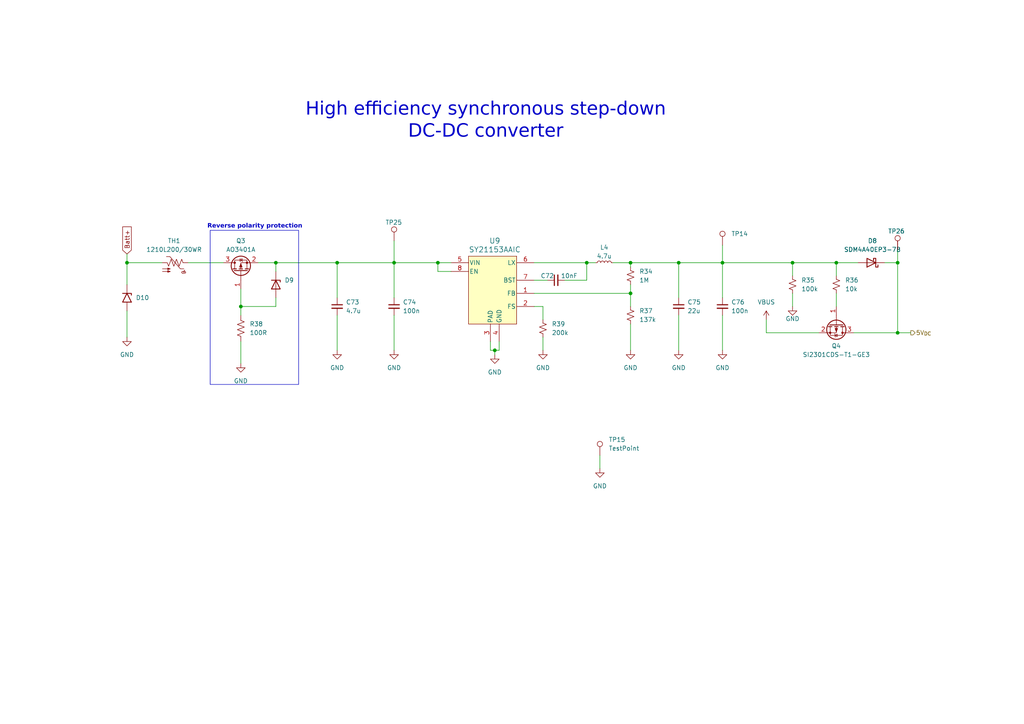
<source format=kicad_sch>
(kicad_sch (version 20250114) (generator "eeschema") (generator_version "9.0")
  (paper "A4")
  (lib_symbols
    (symbol "Connector:TestPoint" (pin_numbers (hide yes)) (pin_names (offset 0.762) (hide yes))
      (property "Reference" "TP" (at 0 6.858 0))
      (property "Value" "TestPoint" (at 0 5.08 0))
      (symbol "TestPoint_0_1"
        (circle (center 0 3.302) (radius 0.762))
      )
      (symbol "TestPoint_1_1"
        (pin passive line (at 0 0 90) (length 2.54) (name "1") (number "1"))
      )
    )
    (symbol "Device:C_Small" (pin_numbers (hide yes)) (pin_names (offset 0.254) (hide yes))
      (property "Reference" "C" (at 0.254 1.778 0))
      (property "Value" "C_Small" (at 0.254 -2.032 0))
      (symbol "C_Small_0_1"
        (polyline (pts (xy -1.524 0.508) (xy 1.524 0.508)) (stroke (width 0.3048)))
        (polyline (pts (xy -1.524 -0.508) (xy 1.524 -0.508)) (stroke (width 0.3302)))
      )
      (symbol "C_Small_1_1"
        (pin passive line (at 0 2.54 270) (length 2.032) (name "~") (number "1"))
        (pin passive line (at 0 -2.54 90) (length 2.032) (name "~") (number "2"))
      )
    )
    (symbol "Device:D_Schottky" (pin_numbers (hide yes)) (pin_names (offset 1.016) (hide yes))
      (property "Reference" "D" (at 0 2.54 0))
      (property "Value" "D_Schottky" (at 0 -2.54 0))
      (symbol "D_Schottky_0_1"
        (polyline (pts (xy -1.905 0.635) (xy -1.905 1.27) (xy -1.27 1.27) (xy -1.27 -1.27) (xy -0.635 -1.27) (xy -0.635 -0.635)) (stroke (width 0.254)))
        (polyline (pts (xy 1.27 1.27) (xy 1.27 -1.27) (xy -1.27 0) (xy 1.27 1.27)) (stroke (width 0.254)))
        (polyline (pts (xy 1.27 0) (xy -1.27 0)))
      )
      (symbol "D_Schottky_1_1"
        (pin passive line (at -3.81 0 0) (length 2.54) (name "K") (number "1"))
        (pin passive line (at 3.81 0 180) (length 2.54) (name "A") (number "2"))
      )
    )
    (symbol "Device:D_Zener" (pin_numbers (hide yes)) (pin_names (offset 1.016) (hide yes))
      (property "Reference" "D" (at 0 2.54 0))
      (property "Value" "D_Zener" (at 0 -2.54 0))
      (symbol "D_Zener_0_1"
        (polyline (pts (xy -1.27 -1.27) (xy -1.27 1.27) (xy -0.762 1.27)) (stroke (width 0.254)))
        (polyline (pts (xy 1.27 0) (xy -1.27 0)))
        (polyline (pts (xy 1.27 -1.27) (xy 1.27 1.27) (xy -1.27 0) (xy 1.27 -1.27)) (stroke (width 0.254)))
      )
      (symbol "D_Zener_1_1"
        (pin passive line (at -3.81 0 0) (length 2.54) (name "K") (number "1"))
        (pin passive line (at 3.81 0 180) (length 2.54) (name "A") (number "2"))
      )
    )
    (symbol "Device:L_Small" (pin_numbers (hide yes)) (pin_names (offset 0.254) (hide yes))
      (property "Reference" "L" (at 0.762 1.016 0))
      (property "Value" "L_Small" (at 0.762 -1.016 0))
      (symbol "L_Small_0_1"
        (arc (start 0 2.032) (mid 0.5058 1.524) (end 0 1.016))
        (arc (start 0 1.016) (mid 0.5058 0.508) (end 0 0))
        (arc (start 0 0) (mid 0.5058 -0.508) (end 0 -1.016))
        (arc (start 0 -1.016) (mid 0.5058 -1.524) (end 0 -2.032))
      )
      (symbol "L_Small_1_1"
        (pin passive line (at 0 2.54 270) (length 0.508) (name "~") (number "1"))
        (pin passive line (at 0 -2.54 90) (length 0.508) (name "~") (number "2"))
      )
    )
    (symbol "Device:R_Small_US" (pin_numbers (hide yes)) (pin_names (offset 0.254) (hide yes))
      (property "Reference" "R" (at 0.762 0.508 0))
      (property "Value" "R_Small_US" (at 0.762 -1.016 0))
      (symbol "R_Small_US_1_1"
        (polyline (pts (xy 0 1.524) (xy 1.016 1.143) (xy 0 0.762) (xy -1.016 0.381) (xy 0 0)))
        (polyline (pts (xy 0 0) (xy 1.016 -0.381) (xy 0 -0.762) (xy -1.016 -1.143) (xy 0 -1.524)))
        (pin passive line (at 0 2.54 270) (length 1.016) (name "~") (number "1"))
        (pin passive line (at 0 -2.54 90) (length 1.016) (name "~") (number "2"))
      )
    )
    (symbol "Device:R_US" (pin_numbers (hide yes)) (pin_names (offset 0))
      (property "Reference" "R" (at 2.54 0 90))
      (property "Value" "R_US" (at -2.54 0 90))
      (symbol "R_US_0_1"
        (polyline (pts (xy 0 2.286) (xy 0 2.54)))
        (polyline (pts (xy 0 2.286) (xy 1.016 1.905) (xy 0 1.524) (xy -1.016 1.143) (xy 0 0.762)))
        (polyline (pts (xy 0 0.762) (xy 1.016 0.381) (xy 0 0) (xy -1.016 -0.381) (xy 0 -0.762)))
        (polyline (pts (xy 0 -0.762) (xy 1.016 -1.143) (xy 0 -1.524) (xy -1.016 -1.905) (xy 0 -2.286)))
        (polyline (pts (xy 0 -2.286) (xy 0 -2.54)))
      )
      (symbol "R_US_1_1"
        (pin passive line (at 0 3.81 270) (length 1.27) (name "~") (number "1"))
        (pin passive line (at 0 -3.81 90) (length 1.27) (name "~") (number "2"))
      )
    )
    (symbol "Device:Thermistor_PTC_US" (pin_numbers (hide yes)) (pin_names (offset 0))
      (property "Reference" "TH" (at -4.064 0 90))
      (property "Value" "Thermistor_PTC_US" (at 3.048 0 90))
      (symbol "Thermistor_PTC_US_0_1"
        (arc (start -3.175 2.413) (mid -3.0506 2.3165) (end -3.048 2.159))
        (arc (start -3.048 2.794) (mid -2.9736 2.9736) (end -2.794 3.048))
        (arc (start -2.794 3.048) (mid -2.6144 2.9736) (end -2.54 2.794))
        (arc (start -2.794 2.54) (mid -2.9736 2.6144) (end -3.048 2.794))
        (arc (start -2.794 1.905) (mid -2.9736 1.9794) (end -3.048 2.159))
        (arc (start -2.54 2.159) (mid -2.6144 1.9794) (end -2.794 1.905))
        (arc (start -2.159 2.794) (mid -2.434 2.5608) (end -2.794 2.54))
        (polyline (pts (xy -2.54 2.159) (xy -2.54 2.794)))
        (polyline (pts (xy -2.54 -3.683) (xy -2.54 -1.397) (xy -2.794 -2.159) (xy -2.286 -2.159) (xy -2.54 -1.397) (xy -2.54 -1.651)) (fill (type outline)))
        (polyline (pts (xy -1.778 2.54) (xy -1.778 1.524) (xy 1.778 -1.524) (xy 1.778 -2.54)))
        (polyline (pts (xy -1.778 -3.683) (xy -1.778 -1.397) (xy -2.032 -2.159) (xy -1.524 -2.159) (xy -1.778 -1.397) (xy -1.778 -1.651)) (fill (type outline)))
        (polyline (pts (xy 0 2.286) (xy 0 2.54)))
        (polyline (pts (xy 0 2.286) (xy 1.016 1.905) (xy 0 1.524) (xy -1.016 1.143) (xy 0 0.762)))
        (polyline (pts (xy 0 0.762) (xy 1.016 0.381) (xy 0 0) (xy -1.016 -0.381) (xy 0 -0.762)))
        (polyline (pts (xy 0 -0.762) (xy 1.016 -1.143) (xy 0 -1.524) (xy -1.016 -1.905) (xy 0 -2.286)))
        (polyline (pts (xy 0 -2.286) (xy 0 -2.54)))
      )
      (symbol "Thermistor_PTC_US_1_1"
        (pin passive line (at 0 3.81 270) (length 1.27) (name "~") (number "1"))
        (pin passive line (at 0 -3.81 90) (length 1.27) (name "~") (number "2"))
      )
    )
    (symbol "Diode:SMAJ5.0A" (pin_numbers (hide yes)) (pin_names (offset 1.016) (hide yes))
      (property "Reference" "D" (at 0 2.54 0))
      (property "Value" "SMAJ5.0A" (at 0 -2.54 0))
      (symbol "SMAJ5.0A_0_1"
        (polyline (pts (xy -0.762 1.27) (xy -1.27 1.27) (xy -1.27 -1.27)) (stroke (width 0.254)))
        (polyline (pts (xy 1.27 1.27) (xy 1.27 -1.27) (xy -1.27 0) (xy 1.27 1.27)) (stroke (width 0.254)))
      )
      (symbol "SMAJ5.0A_1_1"
        (pin passive line (at -3.81 0 0) (length 2.54) (name "A1") (number "1"))
        (pin passive line (at 3.81 0 180) (length 2.54) (name "A2") (number "2"))
      )
    )
    (symbol "GCL_Integrated-Circuits:AP64501QSP-13" (pin_names (offset 0.254))
      (property "Reference" "U9" (at 0 15.24 0))
      (property "Value" "SY8303AIC" (at 0 12.7 0))
      (symbol "AP64501QSP-13_1_1"
        (rectangle (start -7.62 10.795) (end 6.35 -8.89) (fill (type background)))
        (pin power_in line (at -12.7 8.89 0) (length 5.08) (name "VIN") (number "5"))
        (pin input line (at -12.7 6.35 0) (length 5.08) (name "EN") (number "8"))
        (pin power_in line (at -1.27 -13.97 90) (length 5.08) (name "PAD") (number "3"))
        (pin power_in line (at 1.27 -13.97 90) (length 5.08) (name "GND") (number "4"))
        (pin output line (at 11.43 8.89 180) (length 5.08) (name "LX") (number "6"))
        (pin input line (at 11.43 3.81 180) (length 5.08) (name "BST") (number "7"))
        (pin output line (at 11.43 0 180) (length 5.08) (name "FB") (number "1"))
        (pin bidirectional line (at 11.43 -3.81 180) (length 5.08) (name "FS") (number "2"))
      )
    )
    (symbol "Transistor_FET:AO3401A" (pin_names (hide yes))
      (property "Reference" "Q" (at 5.08 1.905 0))
      (property "Value" "AO3401A" (at 5.08 0 0))
      (symbol "AO3401A_0_1"
        (polyline (pts (xy 0.254 1.905) (xy 0.254 -1.905)) (stroke (width 0.254)))
        (polyline (pts (xy 0.254 0) (xy -2.54 0)))
        (polyline (pts (xy 0.762 2.286) (xy 0.762 1.27)) (stroke (width 0.254)))
        (polyline (pts (xy 0.762 1.778) (xy 3.302 1.778) (xy 3.302 -1.778) (xy 0.762 -1.778)))
        (polyline (pts (xy 0.762 0.508) (xy 0.762 -0.508)) (stroke (width 0.254)))
        (polyline (pts (xy 0.762 -1.27) (xy 0.762 -2.286)) (stroke (width 0.254)))
        (circle (center 1.651 0) (radius 2.794) (stroke (width 0.254)))
        (polyline (pts (xy 2.286 0) (xy 1.27 0.381) (xy 1.27 -0.381) (xy 2.286 0)) (fill (type outline)))
        (polyline (pts (xy 2.54 2.54) (xy 2.54 1.778)))
        (circle (center 2.54 1.778) (radius 0.254) (fill (type outline)))
        (circle (center 2.54 -1.778) (radius 0.254) (fill (type outline)))
        (polyline (pts (xy 2.54 -2.54) (xy 2.54 0) (xy 0.762 0)))
        (polyline (pts (xy 2.794 -0.508) (xy 2.921 -0.381) (xy 3.683 -0.381) (xy 3.81 -0.254)))
        (polyline (pts (xy 3.302 -0.381) (xy 2.921 0.254) (xy 3.683 0.254) (xy 3.302 -0.381)))
      )
      (symbol "AO3401A_1_1"
        (pin input line (at -5.08 0 0) (length 2.54) (name "G") (number "1"))
        (pin passive line (at 2.54 5.08 270) (length 2.54) (name "D") (number "3"))
        (pin passive line (at 2.54 -5.08 90) (length 2.54) (name "S") (number "2"))
      )
    )
    (symbol "power:GND" (power) (pin_names (offset 0))
      (property "Value" "GND" (at 0 -3.81 0))
      (symbol "GND_0_1"
        (polyline (pts (xy 0 0) (xy 0 -1.27) (xy 1.27 -1.27) (xy 0 -2.54) (xy -1.27 -1.27) (xy 0 -1.27)))
      )
      (symbol "GND_1_1"
        (pin power_in line (at 0 0 270) (length 0) (hide yes) (name "GND") (number "1"))
      )
    )
    (symbol "power:VBUS" (power) (pin_numbers (hide yes)) (pin_names (offset 0) (hide yes))
      (property "Value" "VBUS" (at 0 3.556 0))
      (symbol "VBUS_0_1"
        (polyline (pts (xy -0.762 1.27) (xy 0 2.54)))
        (polyline (pts (xy 0 2.54) (xy 0.762 1.27)))
        (polyline (pts (xy 0 0) (xy 0 2.54)))
      )
      (symbol "VBUS_1_1"
        (pin power_in line (at 0 0 90) (length 0) (name "~") (number "1"))
      )
    )
  )
  (rectangle (start 60.96 66.802) (end 86.614 111.506))
  (text "High efficiency synchronous step-down \nDC-DC converter " (at 141.732 36.068 0) (effects (font (size 3.81 3.81))))
  (text "Reverse polarity protection" (at 73.914 66.04 0) (effects (font (size 1.27 1.27) (thickness 0.762) (bold yes))))
  (junction (at 229.87 76.2))
  (junction (at 260.35 96.52))
  (junction (at 182.88 85.09))
  (junction (at 242.57 76.2))
  (junction (at 196.85 76.2))
  (junction (at 182.88 76.2))
  (junction (at 97.79 76.2))
  (junction (at 80.01 76.2))
  (junction (at 209.55 76.2))
  (junction (at 170.18 76.2))
  (junction (at 36.83 76.2))
  (junction (at 127 76.2))
  (junction (at 260.35 76.2))
  (junction (at 114.3 76.2))
  (junction (at 143.51 101.6))
  (junction (at 69.85 88.9))
  (wire (pts (xy 74.93 76.2) (xy 80.01 76.2)))
  (wire (pts (xy 182.88 85.09) (xy 182.88 82.55)))
  (wire (pts (xy 222.25 92.71) (xy 222.25 96.52)))
  (wire (pts (xy 97.79 91.44) (xy 97.79 101.6)))
  (wire (pts (xy 69.85 99.06) (xy 69.85 105.41)))
  (wire (pts (xy 242.57 76.2) (xy 242.57 80.01)))
  (wire (pts (xy 182.88 88.9) (xy 182.88 85.09)))
  (wire (pts (xy 143.51 101.6) (xy 144.78 101.6)))
  (wire (pts (xy 182.88 76.2) (xy 196.85 76.2)))
  (wire (pts (xy 196.85 76.2) (xy 196.85 86.36)))
  (wire (pts (xy 209.55 76.2) (xy 229.87 76.2)))
  (wire (pts (xy 260.35 96.52) (xy 264.16 96.52)))
  (wire (pts (xy 196.85 76.2) (xy 209.55 76.2)))
  (wire (pts (xy 209.55 91.44) (xy 209.55 101.6)))
  (wire (pts (xy 144.78 101.6) (xy 144.78 99.06)))
  (wire (pts (xy 80.01 76.2) (xy 80.01 78.74)))
  (wire (pts (xy 196.85 91.44) (xy 196.85 101.6)))
  (wire (pts (xy 127 78.74) (xy 127 76.2)))
  (wire (pts (xy 229.87 76.2) (xy 229.87 80.01)))
  (wire (pts (xy 157.48 88.9) (xy 154.94 88.9)))
  (wire (pts (xy 170.18 76.2) (xy 172.72 76.2)))
  (wire (pts (xy 242.57 76.2) (xy 248.92 76.2)))
  (wire (pts (xy 36.83 73.66) (xy 36.83 76.2)))
  (wire (pts (xy 80.01 76.2) (xy 97.79 76.2)))
  (wire (pts (xy 222.25 96.52) (xy 237.49 96.52)))
  (wire (pts (xy 260.35 72.39) (xy 260.35 76.2)))
  (wire (pts (xy 142.24 101.6) (xy 143.51 101.6)))
  (wire (pts (xy 173.99 132.08) (xy 173.99 135.89)))
  (wire (pts (xy 247.65 96.52) (xy 260.35 96.52)))
  (wire (pts (xy 209.55 86.36) (xy 209.55 76.2)))
  (wire (pts (xy 157.48 92.71) (xy 157.48 88.9)))
  (wire (pts (xy 182.88 93.98) (xy 182.88 101.6)))
  (wire (pts (xy 130.81 78.74) (xy 127 78.74)))
  (wire (pts (xy 163.83 81.28) (xy 170.18 81.28)))
  (wire (pts (xy 127 76.2) (xy 130.81 76.2)))
  (wire (pts (xy 36.83 76.2) (xy 36.83 82.55)))
  (wire (pts (xy 242.57 85.09) (xy 242.57 88.9)))
  (wire (pts (xy 154.94 85.09) (xy 182.88 85.09)))
  (wire (pts (xy 69.85 83.82) (xy 69.85 88.9)))
  (wire (pts (xy 97.79 76.2) (xy 114.3 76.2)))
  (wire (pts (xy 229.87 76.2) (xy 242.57 76.2)))
  (wire (pts (xy 157.48 97.79) (xy 157.48 101.6)))
  (wire (pts (xy 154.94 76.2) (xy 170.18 76.2)))
  (wire (pts (xy 170.18 81.28) (xy 170.18 76.2)))
  (wire (pts (xy 69.85 88.9) (xy 80.01 88.9)))
  (wire (pts (xy 114.3 91.44) (xy 114.3 101.6)))
  (wire (pts (xy 142.24 99.06) (xy 142.24 101.6)))
  (wire (pts (xy 229.87 85.09) (xy 229.87 88.9)))
  (wire (pts (xy 256.54 76.2) (xy 260.35 76.2)))
  (wire (pts (xy 114.3 69.85) (xy 114.3 76.2)))
  (wire (pts (xy 54.61 76.2) (xy 64.77 76.2)))
  (wire (pts (xy 143.51 101.6) (xy 143.51 102.87)))
  (wire (pts (xy 260.35 76.2) (xy 260.35 96.52)))
  (wire (pts (xy 209.55 71.12) (xy 209.55 76.2)))
  (wire (pts (xy 182.88 77.47) (xy 182.88 76.2)))
  (wire (pts (xy 36.83 76.2) (xy 46.99 76.2)))
  (wire (pts (xy 114.3 76.2) (xy 114.3 86.36)))
  (wire (pts (xy 69.85 88.9) (xy 69.85 91.44)))
  (wire (pts (xy 97.79 76.2) (xy 97.79 86.36)))
  (wire (pts (xy 114.3 76.2) (xy 127 76.2)))
  (wire (pts (xy 36.83 90.17) (xy 36.83 97.79)))
  (wire (pts (xy 177.8 76.2) (xy 182.88 76.2)))
  (wire (pts (xy 154.94 81.28) (xy 158.75 81.28)))
  (wire (pts (xy 80.01 86.36) (xy 80.01 88.9)))
  (global_label "Batt+" (shape input) (at 36.83 73.66 90) (property "Intersheetrefs" "${INTERSHEET_REFS}" (effects (hide yes))))
  (hierarchical_label "5V_{DC}" (shape output) (at 264.16 96.52 0))
  (symbol (lib_id "Connector:TestPoint") (at 209.55 71.12 0) (unit 1)
    (property "Reference" "TP14" (at 212.09 67.8179 0) (effects (justify left)))
    (property "Value" "TestPoint" (effects (hide yes)))
    (property "Footprint" "TestPoint:TestPoint_Pad_D1.0mm" (effects (hide yes)))
    (property "Description" "test point" (effects (hide yes)))
    (instances (project "Flybot_FC" (path "" (reference "TP14") (unit 1))) (project "Piese_Bune" (path "" (reference "TP3") (unit 1))))
  )
  (symbol (lib_id "Device:R_Small_US") (at 229.87 82.55 0) (unit 1)
    (property "Reference" "R35" (at 232.41 81.2799 0) (effects (justify left)))
    (property "Value" "100k" (at 232.41 83.8199 0) (effects (justify left)))
    (property "Footprint" "Resistor_SMD:R_0402_1005Metric" (effects (hide yes)))
    (property "Description" "Resistor, small US symbol" (effects (hide yes)))
    (property "JLC#" "C25804" (effects (hide yes)))
  )
  (symbol (lib_id "Device:C_Small") (at 161.29 81.28 90) (unit 1)
    (property "Reference" "C72" (at 158.75 80.01 90))
    (property "Value" "10nF" (at 165.1 80.01 90))
    (property "Footprint" "Capacitor_SMD:C_0402_1005Metric" (effects (hide yes)))
    (property "JLC#" "C14663" (effects (hide yes)))
    (instances (project "Flybot_FC" (path "" (reference "C72") (unit 1))) (project "Nested_IoT_E.B" (path "" (reference "C12") (unit 1))) (project "CM4_Display" (path "" (reference "C6") (unit 1))) (project "" (path "" (reference "C25") (unit 1))))
  )
  (symbol (lib_id "power:GND") (at 97.79 101.6 0) (unit 1)
    (property "Reference" "#PWR0100" (effects (hide yes)))
    (property "Value" "GND" (at 97.79 106.68 0))
    (instances (project "Flybot_FC" (path "" (reference "#PWR0100") (unit 1))) (project "Piese_Bune" (path "" (reference "#PWR036") (unit 1))))
  )
  (symbol (lib_id "Device:R_Small_US") (at 242.57 82.55 0) (unit 1)
    (property "Reference" "R36" (at 245.11 81.2799 0) (effects (justify left)))
    (property "Value" "10k" (at 245.11 83.8199 0) (effects (justify left)))
    (property "Footprint" "Resistor_SMD:R_0402_1005Metric" (effects (hide yes)))
    (property "Description" "Resistor, small US symbol" (effects (hide yes)))
    (property "JLC#" "C25804" (effects (hide yes)))
  )
  (symbol (lib_id "power:GND") (at 157.48 101.6 0) (unit 1)
    (property "Reference" "#PWR0102" (effects (hide yes)))
    (property "Value" "GND" (at 157.48 106.68 0))
    (instances (project "Flybot_FC" (path "" (reference "#PWR0102") (unit 1))) (project "Piese_Bune" (path "" (reference "#PWR039") (unit 1))))
  )
  (symbol (lib_id "power:GND") (at 143.51 102.87 0) (unit 1)
    (property "Reference" "#PWR0106" (effects (hide yes)))
    (property "Value" "GND" (at 143.51 107.95 0))
    (instances (project "Flybot_FC" (path "" (reference "#PWR0106") (unit 1))) (project "Nested_IoT_E.B" (path "" (reference "#PWR020") (unit 1))) (project "CM4_Display" (path "" (reference "#PWR03") (unit 1))) (project "" (path "" (reference "#PWR038") (unit 1))))
  )
  (symbol (lib_id "Device:R_Small_US") (at 157.48 95.25 0) (unit 1)
    (property "Reference" "R39" (at 160.02 93.9799 0) (effects (justify left)))
    (property "Value" "200k" (at 160.02 96.5199 0) (effects (justify left)))
    (property "Footprint" "Resistor_SMD:R_0402_1005Metric" (effects (hide yes)))
    (property "Description" "Resistor, small US symbol" (effects (hide yes)))
    (property "JLC#" "C2960716" (effects (hide yes)))
    (instances (project "Flybot_FC" (path "" (reference "R39") (unit 1))) (project "Nested_IoT_E.B" (path "" (reference "R6") (unit 1))) (project "CM4_Display" (path "" (reference "R1") (unit 1))) (project "" (path "" (reference "R14") (unit 1))))
  )
  (symbol (lib_id "Device:R_US") (at 69.85 95.25 0) (unit 1)
    (property "Reference" "R38" (at 72.39 93.9799 0) (effects (justify left)))
    (property "Value" "100R" (at 72.39 96.5199 0) (effects (justify left)))
    (property "Footprint" "Resistor_SMD:R_0402_1005Metric" (effects (hide yes)))
    (property "Description" "62.5mW Thick Film Resistors 50V ±1% ±200ppm/℃ 100Ω 0402 Chip Resistor" (effects (hide yes)))
  )
  (symbol (lib_id "Connector:TestPoint") (at 114.3 69.85 0) (unit 1)
    (property "Reference" "TP25" (at 111.76 64.516 0) (effects (justify left)))
    (property "Value" "TestPoint" (effects (hide yes)))
    (property "Footprint" "TestPoint:TestPoint_Pad_D1.0mm" (effects (hide yes)))
    (property "Description" "test point" (effects (hide yes)))
  )
  (symbol (lib_id "power:GND") (at 69.85 105.41 0) (unit 1)
    (property "Reference" "#PWR0107" (effects (hide yes)))
    (property "Value" "GND" (at 69.85 110.49 0))
    (property "Description" "Power symbol creates a global label with name \"GND\" , ground" (effects (hide yes)))
  )
  (symbol (lib_id "power:GND") (at 209.55 101.6 0) (unit 1)
    (property "Reference" "#PWR0105" (effects (hide yes)))
    (property "Value" "GND" (at 209.55 106.68 0))
    (instances (project "Flybot_FC" (path "" (reference "#PWR0105") (unit 1))) (project "Piese_Bune" (path "" (reference "#PWR042") (unit 1))))
  )
  (symbol (lib_id "Connector:TestPoint") (at 173.99 132.08 0) (unit 1)
    (property "Reference" "TP15" (at 176.53 127.5079 0) (effects (justify left)))
    (property "Value" "TestPoint" (at 176.53 130.0479 0) (effects (justify left)))
    (property "Footprint" "TestPoint:TestPoint_Pad_D1.0mm" (effects (hide yes)))
    (property "Description" "test point" (effects (hide yes)))
    (instances (project "Flybot_FC" (path "" (reference "TP15") (unit 1))) (project "Piese_Bune" (path "" (reference "TP4") (unit 1))))
  )
  (symbol (lib_id "Device:D_Zener") (at 80.01 82.55 270) (unit 1)
    (property "Reference" "D9" (at 82.55 81.2799 90) (effects (justify left)))
    (property "Value" "BZX884B30L-G3-08" (effects (hide yes)))
    (property "Footprint" "Diode_SMD:D_0402_1005Metric" (effects (hide yes)))
    (property "Datasheet" "https://www.vishay.com/docs/86186/bzx884l-series.pdf" (effects (hide yes)))
    (property "Description" "Independent Type 22.8V~25.6V 500mW 24V SOD-123 Zener Diodes" (effects (hide yes)))
  )
  (symbol (lib_id "power:VBUS") (at 222.25 92.71 0) (unit 1)
    (property "Reference" "#PWR098" (effects (hide yes)))
    (property "Value" "VBUS" (at 222.25 87.63 0))
    (property "Description" "Power symbol creates a global label with name \"VBUS\"" (effects (hide yes)))
  )
  (symbol (lib_id "Device:D_Schottky") (at 252.73 76.2 180) (unit 1)
    (property "Reference" "D8" (at 253.0475 69.85 0))
    (property "Value" "SDM4A40EP3-7B" (at 253.0475 72.39 0))
    (property "Footprint" "Diode_SMD:D_0603_1608Metric" (effects (hide yes)))
    (property "Datasheet" "https://www.diodes.com/assets/Datasheets/SDM4A40EP3.pdf" (effects (hide yes)))
    (property "Description" "40V 450mV@3A 3A SMA(DO-214AC) Schottky Di" (effects (hide yes)))
  )
  (symbol (lib_id "power:GND") (at 173.99 135.89 0) (unit 1)
    (property "Reference" "#PWR0108" (effects (hide yes)))
    (property "Value" "GND" (at 173.99 140.97 0))
    (instances (project "Flybot_FC" (path "" (reference "#PWR0108") (unit 1))) (project "Piese_Bune" (path "" (reference "#PWR052") (unit 1))))
  )
  (symbol (lib_id "Transistor_FET:AO3401A") (at 69.85 78.74 90) (unit 1)
    (property "Reference" "Q3" (at 69.85 69.85 90))
    (property "Value" "AO3401A" (at 69.85 72.39 90))
    (property "Footprint" "Package_TO_SOT_SMD:SOT-23" (effects (hide yes)))
    (property "Datasheet" "http://www.aosmd.com/pdfs/datasheet/AO3401A.pdf" (effects (hide yes)))
    (property "Description" "-4.0A Id, -30V Vds, P-Channel MOSFET, SOT-23" (effects (hide yes)))
  )
  (symbol (lib_id "power:GND") (at 229.87 88.9 0) (unit 1)
    (property "Reference" "#PWR097" (effects (hide yes)))
    (property "Value" "GND" (at 229.87 92.456 0))
  )
  (symbol (lib_id "Device:R_Small_US") (at 182.88 80.01 0) (unit 1)
    (property "Reference" "R34" (at 185.42 78.7399 0) (effects (justify left)))
    (property "Value" "1M" (at 185.42 81.2799 0) (effects (justify left)))
    (property "Footprint" "Resistor_SMD:R_0402_1005Metric" (effects (hide yes)))
    (property "Description" "Resistor, small US symbol" (effects (hide yes)))
    (property "JLC#" "C23074" (effects (hide yes)))
    (instances (project "Flybot_FC" (path "" (reference "R34") (unit 1))) (project "Nested_IoT_E.B" (path "" (reference "R7") (unit 1))) (project "CM4_Display" (path "" (reference "R2") (unit 1))) (project "" (path "" (reference "R15") (unit 1))))
  )
  (symbol (lib_id "Connector:TestPoint") (at 260.35 72.39 0) (unit 1)
    (property "Reference" "TP26" (at 257.556 67.056 0) (effects (justify left)))
    (property "Value" "TestPoint" (effects (hide yes)))
    (property "Footprint" "TestPoint:TestPoint_Pad_D1.0mm" (effects (hide yes)))
    (property "Description" "test point" (effects (hide yes)))
  )
  (symbol (lib_id "Device:C_Small") (at 209.55 88.9 0) (unit 1)
    (property "Reference" "C76" (at 212.09 87.6362 0) (effects (justify left)))
    (property "Value" "100n" (at 212.09 90.1762 0) (effects (justify left)))
    (property "Footprint" "Capacitor_SMD:C_0402_1005Metric" (effects (hide yes)))
    (property "JLC#" "C59461" (effects (hide yes)))
    (instances (project "Flybot_FC" (path "" (reference "C76") (unit 1))) (project "Nested_IoT_E.B" (path "" (reference "C14") (unit 1))) (project "CM4_Display" (path "" (reference "C9") (unit 1))) (project "" (path "" (reference "C27") (unit 1))))
  )
  (symbol (lib_id "Transistor_FET:AO3401A") (at 242.57 93.98 270) (unit 1)
    (property "Reference" "Q4" (at 242.57 100.33 90))
    (property "Value" "SI2301CDS-T1-GE3" (at 242.57 102.87 90))
    (property "Footprint" "Package_TO_SOT_SMD:SOT-23" (effects (hide yes)))
    (property "Datasheet" "http://www.aosmd.com/pdfs/datasheet/AO3401A.pdf" (effects (hide yes)))
    (property "Description" "-4.0A Id, -30V Vds, P-Channel MOSFET, SOT-23" (effects (hide yes)))
  )
  (symbol (lib_id "Device:L_Small") (at 175.26 76.2 90) (unit 1)
    (property "Reference" "L4" (at 175.26 71.755 90))
    (property "Value" "4.7u" (at 175.26 74.295 90))
    (property "Footprint" "Inductor_SMD:L_1210_3225Metric" (effects (hide yes)))
    (property "Description" "Inductor, small symbol" (effects (hide yes)))
    (property "JLC#" "AFE322520S4R7MBT" (effects (hide yes)))
    (instances (project "Flybot_FC" (path "" (reference "L4") (unit 1))) (project "Nested_IoT_E.B" (path "" (reference "L1") (unit 1))) (project "CM4_Display" (path "" (reference "L1") (unit 1))) (project "" (path "" (reference "L2") (unit 1))))
  )
  (symbol (lib_id "power:GND") (at 36.83 97.79 0) (unit 1)
    (property "Reference" "#PWR099" (effects (hide yes)))
    (property "Value" "GND" (at 36.83 102.87 0))
    (property "Description" "Power symbol creates a global label with name \"GND\" , ground" (effects (hide yes)))
  )
  (symbol (lib_id "Device:C_Small") (at 114.3 88.9 0) (unit 1)
    (property "Reference" "C74" (at 116.84 87.6362 0) (effects (justify left)))
    (property "Value" "100n" (at 116.84 90.1762 0) (effects (justify left)))
    (property "Footprint" "Capacitor_SMD:C_0402_1005Metric" (effects (hide yes)))
    (property "JLC#" "C14663" (effects (hide yes)))
    (instances (project "Flybot_FC" (path "" (reference "C74") (unit 1))) (project "Nested_IoT_E.B" (path "" (reference "C11") (unit 1))) (project "CM4_Display" (path "" (reference "C3") (unit 1))) (project "" (path "" (reference "C24") (unit 1))))
  )
  (symbol (lib_id "power:GND") (at 182.88 101.6 0) (unit 1)
    (property "Reference" "#PWR0103" (effects (hide yes)))
    (property "Value" "GND" (at 182.88 106.68 0))
    (instances (project "Flybot_FC" (path "" (reference "#PWR0103") (unit 1))) (project "Piese_Bune" (path "" (reference "#PWR040") (unit 1))))
  )
  (symbol (lib_id "GCL_Integrated-Circuits:AP64501QSP-13") (at 143.51 85.09 0) (unit 1)
    (property "Reference" "U9" (at 143.51 69.85 0) (effects (font (size 1.524 1.524))))
    (property "Value" "SY21153AAIC" (at 143.51 72.39 0) (effects (font (size 1.524 1.524))))
    (property "Footprint" "Package_TO_SOT_SMD:TSOT-23-8" (effects (hide yes)))
    (property "Datasheet" "https://www.lcsc.com/datasheet/lcsc_datasheet_1811151653_Silergy-Corp-SY8303AIC_C97054.pdf" (effects (hide yes)))
    (property "JLC#" "C2071517" (effects (hide yes)))
    (instances (project "Flybot_FC" (path "" (reference "U9") (unit 1))) (project "Nested_IoT_E.B" (path "" (reference "U1") (unit 1))) (project "CM4_Display" (path "" (reference "U1") (unit 1))) (project "" (path "" (reference "U4") (unit 1))))
  )
  (symbol (lib_id "Device:R_Small_US") (at 182.88 91.44 0) (unit 1)
    (property "Reference" "R37" (at 185.42 90.1699 0) (effects (justify left)))
    (property "Value" "137k" (at 185.42 92.7099 0) (effects (justify left)))
    (property "Footprint" "Resistor_SMD:R_0402_1005Metric" (effects (hide yes)))
    (property "Description" "Resistor, small US symbol" (effects (hide yes)))
    (property "JLC#" "C25804" (effects (hide yes)))
    (instances (project "Flybot_FC" (path "" (reference "R37") (unit 1))) (project "Nested_IoT_E.B" (path "" (reference "R8") (unit 1))) (project "CM4_Display" (path "" (reference "R3") (unit 1))) (project "" (path "" (reference "R16") (unit 1))))
  )
  (symbol (lib_id "power:GND") (at 114.3 101.6 0) (unit 1)
    (property "Reference" "#PWR0101" (effects (hide yes)))
    (property "Value" "GND" (at 114.3 106.68 0))
    (instances (project "Flybot_FC" (path "" (reference "#PWR0101") (unit 1))) (project "Piese_Bune" (path "" (reference "#PWR037") (unit 1))))
  )
  (symbol (lib_id "Device:C_Small") (at 196.85 88.9 0) (unit 1)
    (property "Reference" "C75" (at 199.39 87.6362 0) (effects (justify left)))
    (property "Value" "22u" (at 199.39 90.1762 0) (effects (justify left)))
    (property "Footprint" "Capacitor_SMD:C_0402_1005Metric" (effects (hide yes)))
    (property "JLC#" "C59461" (effects (hide yes)))
    (instances (project "Flybot_FC" (path "" (reference "C75") (unit 1))) (project "Nested_IoT_E.B" (path "" (reference "C13") (unit 1))) (project "CM4_Display" (path "" (reference "C8") (unit 1))) (project "" (path "" (reference "C26") (unit 1))))
  )
  (symbol (lib_id "Device:Thermistor_PTC_US") (at 50.8 76.2 270) (mirror x) (unit 1)
    (property "Reference" "TH1" (at 50.4825 69.85 90))
    (property "Value" "1210L200/30WR" (at 50.4825 72.39 90))
    (property "Footprint" "Fuse:Fuse_1206_3216Metric" (effects (hide yes)))
    (property "Description" "Temperature dependent resistor, positive temperature coefficient, US symbol" (effects (hide yes)))
  )
  (symbol (lib_id "power:GND") (at 196.85 101.6 0) (unit 1)
    (property "Reference" "#PWR0104" (effects (hide yes)))
    (property "Value" "GND" (at 196.85 106.68 0))
    (instances (project "Flybot_FC" (path "" (reference "#PWR0104") (unit 1))) (project "Piese_Bune" (path "" (reference "#PWR041") (unit 1))))
  )
  (symbol (lib_id "Diode:SMAJ5.0A") (at 36.83 86.36 270) (unit 1)
    (property "Reference" "D10" (at 39.37 86.3599 90) (effects (justify left)))
    (property "Value" "D15V0S1U2LP1610-7" (effects (hide yes)))
    (property "Footprint" "Diode_SMD:D_0603_1608Metric" (effects (hide yes)))
    (property "Datasheet" "https://www.diodes.com/assets/Datasheets/D12V0S1U2LP1610_D50V0S1U2LP1610.pdf" (effects (hide yes)))
    (property "Description" "400W unidirectional Transient Voltage Suppressor, 5.0Vr, SMA(DO-214AC)" (effects (hide yes)))
  )
  (symbol (lib_id "Device:C_Small") (at 97.79 88.9 0) (unit 1)
    (property "Reference" "C73" (at 100.33 87.6362 0) (effects (justify left)))
    (property "Value" "4.7u" (at 100.33 90.1762 0) (effects (justify left)))
    (property "Footprint" "Capacitor_SMD:C_0603_1608Metric" (effects (hide yes)))
    (property "JLC#" "C19702" (effects (hide yes)))
    (instances (project "Flybot_FC" (path "" (reference "C73") (unit 1))) (project "Nested_IoT_E.B" (path "" (reference "C10") (unit 1))) (project "CM4_Display" (path "" (reference "C1") (unit 1))) (project "" (path "" (reference "C23") (unit 1))))
  )
)
</source>
